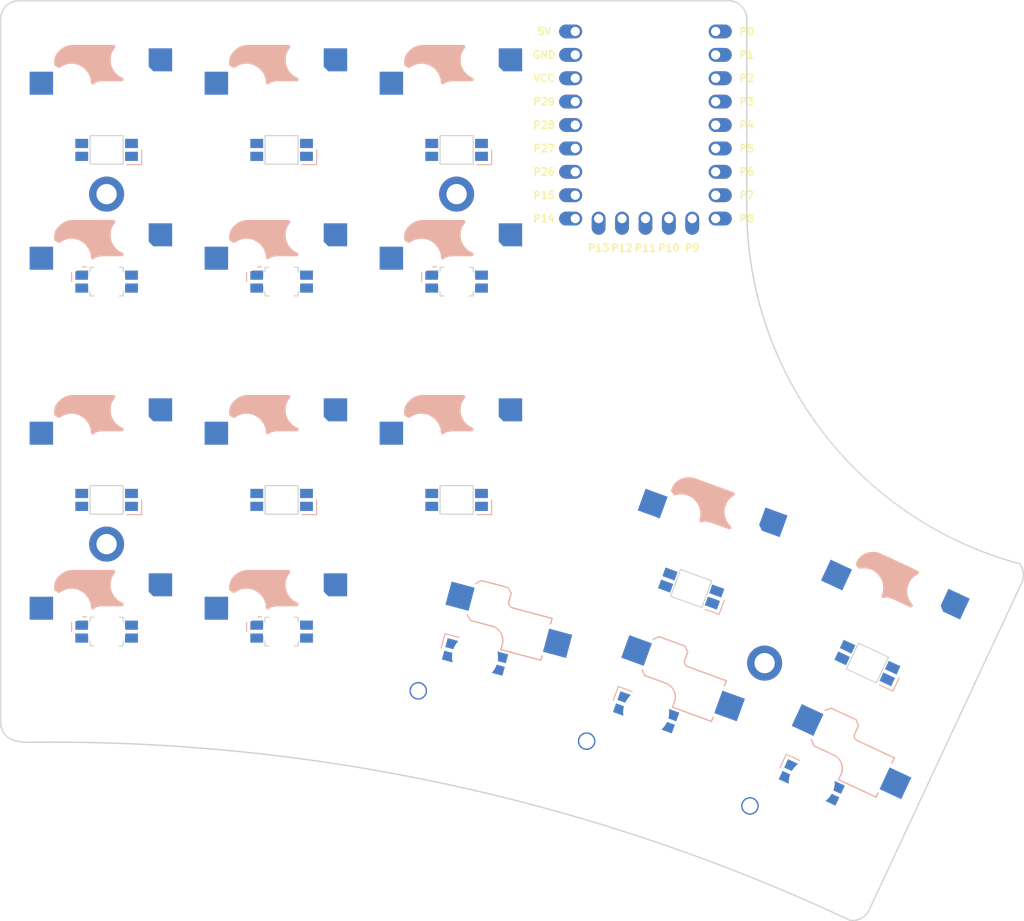
<source format=kicad_pcb>
(kicad_pcb (version 20240108) (generator "ergogen") (generator_version "4.1.0")
  (title_block (title "keydoku") (date "2024-10-29") (rev "v1.0.0") (company "Unknown"))
  (layers (0 "F.Cu" signal) (31 "B.Cu" signal) (34 "B.Paste" user) (35 "F.Paste" user) (36 "B.SilkS" user "B.Silkscreen") (37 "F.SilkS" user "F.Silkscreen") (38 "B.Mask" user) (39 "F.Mask" user) (44 "Edge.Cuts" user))
  (net 0 "")
  (net 1 "GND")
  (net 2 "VCC5V")
  (net 3 "VCC")
  (net 4 "P0")
  (net 5 "P1")
  (net 6 "P2")
  (net 7 "P3")
  (net 8 "P4")
  (net 9 "P5")
  (net 10 "P6")
  (net 11 "P7")
  (net 12 "P8")
  (net 13 "P9")
  (net 14 "P10")
  (net 15 "P11")
  (net 16 "P12")
  (net 17 "P13")
  (net 18 "P14")
  (net 19 "P15")
  (net 20 "P26")
  (net 21 "P27")
  (net 22 "P28")
  (net 23 "LED_1")
  (net 24 "D1")
  (net 25 "D2")
  (net 26 "LED_10")
  (net 27 "LED_9")
  (net 28 "LED_4")
  (net 29 "LED_3")
  (net 30 "LED_8")
  (net 31 "LED_2")
  (net 32 "LED_7")
  (net 33 "LED_17")
  (net 34 "LED_16")
  (net 35 "LED_15")
  (net 36 "LED_11")
  (net 37 "LED_5")
  (net 38 "LED_12")
  (net 39 "LED_6")
  (net 40 "LED_13")
  (net 41 "LED_14")
  (module "Waveshare RP2040 Zero" (layer F.Cu) (at 158.5 95 0)
    (fp_text reference "MCU1" hide)
    (fp_text user P0 (at 11 -10.16) (layer F.SilkS) (effects (font (size 0.8 0.8))))
    (fp_text user P1 (at 11 -7.62) (layer F.SilkS) (effects (font (size 0.8 0.8))))
    (fp_text user P2 (at 11 -5.08) (layer F.SilkS) (effects (font (size 0.8 0.8))))
    (fp_text user P3 (at 11 -2.54) (layer F.SilkS) (effects (font (size 0.8 0.8))))
    (fp_text user P4 (at 11 0) (layer F.SilkS) (effects (font (size 0.8 0.8))))
    (fp_text user P5 (at 11 2.54) (layer F.SilkS) (effects (font (size 0.8 0.8))))
    (fp_text user P6 (at 11 5.08) (layer F.SilkS) (effects (font (size 0.8 0.8))))
    (fp_text user P7 (at 11 7.62) (layer F.SilkS) (effects (font (size 0.8 0.8))))
    (fp_text user P8 (at 11 10.16) (layer F.SilkS) (effects (font (size 0.8 0.8))))
    (fp_text user P9 (at 5.08 13.36) (layer F.SilkS) (effects (font (size 0.8 0.8))))
    (fp_text user P10 (at 2.54 13.36) (layer F.SilkS) (effects (font (size 0.8 0.8))))
    (fp_text user P11 (at 0 13.36) (layer F.SilkS) (effects (font (size 0.8 0.8))))
    (fp_text user P12 (at -2.54 13.36) (layer F.SilkS) (effects (font (size 0.8 0.8))))
    (fp_text user P13 (at -5.08 13.36) (layer F.SilkS) (effects (font (size 0.8 0.8))))
    (fp_text user P14 (at -11 10.16) (layer F.SilkS) (effects (font (size 0.8 0.8))))
    (fp_text user P15 (at -11 7.62) (layer F.SilkS) (effects (font (size 0.8 0.8))))
    (fp_text user P26 (at -11 5.08) (layer F.SilkS) (effects (font (size 0.8 0.8))))
    (fp_text user P27 (at -11 2.54) (layer F.SilkS) (effects (font (size 0.8 0.8))))
    (fp_text user P28 (at -11 0) (layer F.SilkS) (effects (font (size 0.8 0.8))))
    (fp_text user P29 (at -11 -2.54) (layer F.SilkS) (effects (font (size 0.8 0.8))))
    (fp_text user VCC (at -11 -5.08) (layer F.SilkS) (effects (font (size 0.8 0.8))))
    (fp_text user GND (at -11 -7.62) (layer F.SilkS) (effects (font (size 0.8 0.8))))
    (fp_text user 5V (at -11 -10.16) (layer F.SilkS) (effects (font (size 0.8 0.8))))
    (pad 1 thru_hole oval (at 7.62 -10.16 180) (size 2.5 1.5) (drill 1 (offset -0.5 0)) (layers *.Cu *.Mask) (net 4 "P0"))
    (pad 2 thru_hole oval (at 7.62 -7.62 180) (size 2.5 1.5) (drill 1 (offset -0.5 0)) (layers *.Cu *.Mask) (net 5 "P1"))
    (pad 3 thru_hole oval (at 7.62 -5.08 180) (size 2.5 1.5) (drill 1 (offset -0.5 0)) (layers *.Cu *.Mask) (net 6 "P2"))
    (pad 4 thru_hole oval (at 7.62 -2.54 180) (size 2.5 1.5) (drill 1 (offset -0.5 0)) (layers *.Cu *.Mask) (net 7 "P3"))
    (pad 5 thru_hole oval (at 7.62 0 180) (size 2.5 1.5) (drill 1 (offset -0.5 0)) (layers *.Cu *.Mask) (net 8 "P4"))
    (pad 6 thru_hole oval (at 7.62 2.54 180) (size 2.5 1.5) (drill 1 (offset -0.5 0)) (layers *.Cu *.Mask) (net 9 "P5"))
    (pad 7 thru_hole oval (at 7.62 5.08 180) (size 2.5 1.5) (drill 1 (offset -0.5 0)) (layers *.Cu *.Mask) (net 10 "P6"))
    (pad 8 thru_hole oval (at 7.62 7.62 180) (size 2.5 1.5) (drill 1 (offset -0.5 0)) (layers *.Cu *.Mask) (net 11 "P7"))
    (pad 9 thru_hole oval (at 7.62 10.16 180) (size 2.5 1.5) (drill 1 (offset -0.5 0)) (layers *.Cu *.Mask) (net 12 "P8"))
    (pad 10 thru_hole oval (at 5.08 10.16 90) (size 2.5 1.5) (drill 1 (offset -0.5 0)) (layers *.Cu *.Mask) (net 13 "P9"))
    (pad 11 thru_hole oval (at 2.54 10.16 90) (size 2.5 1.5) (drill 1 (offset -0.5 0)) (layers *.Cu *.Mask) (net 14 "P10"))
    (pad 12 thru_hole oval (at 0 10.16 90) (size 2.5 1.5) (drill 1 (offset -0.5 0)) (layers *.Cu *.Mask) (net 15 "P11"))
    (pad 13 thru_hole oval (at -2.54 10.16 90) (size 2.5 1.5) (drill 1 (offset -0.5 0)) (layers *.Cu *.Mask) (net 16 "P12"))
    (pad 14 thru_hole oval (at -5.08 10.16 90) (size 2.5 1.5) (drill 1 (offset -0.5 0)) (layers *.Cu *.Mask) (net 17 "P13"))
    (pad 15 thru_hole oval (at -7.62 10.16 360) (size 2.5 1.5) (drill 1 (offset -0.5 0)) (layers *.Cu *.Mask) (net 18 "P14"))
    (pad 16 thru_hole oval (at -7.62 7.62 360) (size 2.5 1.5) (drill 1 (offset -0.5 0)) (layers *.Cu *.Mask) (net 19 "P15"))
    (pad 17 thru_hole oval (at -7.62 5.08 360) (size 2.5 1.5) (drill 1 (offset -0.5 0)) (layers *.Cu *.Mask) (net 20 "P26"))
    (pad 18 thru_hole oval (at -7.62 2.54 360) (size 2.5 1.5) (drill 1 (offset -0.5 0)) (layers *.Cu *.Mask) (net 21 "P27"))
    (pad 19 thru_hole oval (at -7.62 0 360) (size 2.5 1.5) (drill 1 (offset -0.5 0)) (layers *.Cu *.Mask) (net 22 "P28"))
    (pad 20 thru_hole oval (at -7.62 -2.54 360) (size 2.5 1.5) (drill 1 (offset -0.5 0)) (layers *.Cu *.Mask) (net 23 "LED_1"))
    (pad 21 thru_hole oval (at -7.62 -5.08 360) (size 2.5 1.5) (drill 1 (offset -0.5 0)) (layers *.Cu *.Mask) (net 3 "VCC"))
    (pad 22 thru_hole oval (at -7.62 -7.62 360) (size 2.5 1.5) (drill 1 (offset -0.5 0)) (layers *.Cu *.Mask) (net 1 "GND"))
    (pad 23 thru_hole oval (at -7.62 -10.16 360) (size 2.5 1.5) (drill 1 (offset -0.5 0)) (layers *.Cu *.Mask) (net 2 "VCC5V"))
  )
  (footprint "ceoloide:switch_mx" (layer "B.Cu") (at 100 150 0)
    (property "Reference" "S1" hide)
    (pad "" np_thru_hole circle (at 0 0 90) (size 4.1 4.1) (drill 4.1) (layers "*.Cu" "*.Mask"))
    (pad "" np_thru_hole circle (at 5.08 0 180) (size 1.9 1.9) (drill 1.9) (layers "*.Cu" "*.Mask"))
    (pad "" np_thru_hole circle (at -5.08 0 180) (size 1.9 1.9) (drill 1.9) (layers "*.Cu" "*.Mask"))
    (pad "" np_thru_hole circle (at 2.54 -5.08 180) (size 3 3) (drill 3) (layers "F&B.Cu" "*.Mask"))
    (pad "" np_thru_hole circle (at -3.81 -2.54 180) (size 3 3) (drill 3) (layers "F&B.Cu" "*.Mask"))
    (pad "1" smd rect (at -7.085 -2.54 0) (size 2.55 2.5) (layers "B.Cu" "B.Paste" "B.Mask") (net 1 "GND"))
    (pad "2" smd roundrect (at 5.842 -5.08 0) (size 2.55 2.5) (layers "B.Cu" "B.Paste" "B.Mask") (roundrect_rratio 0) (chamfer_ratio 0.2) (chamfer bottom_left) (net 13 "P9"))
  )
  (footprint "ceoloide:switch_mx" (layer "B.Cu") (at 100 131 0)
    (property "Reference" "S2" hide)
    (pad "" np_thru_hole circle (at 0 0 90) (size 4.1 4.1) (drill 4.1) (layers "*.Cu" "*.Mask"))
    (pad "" np_thru_hole circle (at 5.08 0 180) (size 1.9 1.9) (drill 1.9) (layers "*.Cu" "*.Mask"))
    (pad "" np_thru_hole circle (at -5.08 0 180) (size 1.9 1.9) (drill 1.9) (layers "*.Cu" "*.Mask"))
    (pad "" np_thru_hole circle (at 2.54 -5.08 180) (size 3 3) (drill 3) (layers "F&B.Cu" "*.Mask"))
    (pad "" np_thru_hole circle (at -3.81 -2.54 180) (size 3 3) (drill 3) (layers "F&B.Cu" "*.Mask"))
    (pad "1" smd rect (at -7.085 -2.54 0) (size 2.55 2.5) (layers "B.Cu" "B.Paste" "B.Mask") (net 1 "GND"))
    (pad "2" smd roundrect (at 5.842 -5.08 0) (size 2.55 2.5) (layers "B.Cu" "B.Paste" "B.Mask") (roundrect_rratio 0) (chamfer_ratio 0.2) (chamfer bottom_left) (net 16 "P12"))
  )
  (footprint "ceoloide:switch_mx" (layer "B.Cu") (at 100 112 0)
    (property "Reference" "S3" hide)
    (pad "" np_thru_hole circle (at 0 0 90) (size 4.1 4.1) (drill 4.1) (layers "*.Cu" "*.Mask"))
    (pad "" np_thru_hole circle (at 5.08 0 180) (size 1.9 1.9) (drill 1.9) (layers "*.Cu" "*.Mask"))
    (pad "" np_thru_hole circle (at -5.08 0 180) (size 1.9 1.9) (drill 1.9) (layers "*.Cu" "*.Mask"))
    (pad "" np_thru_hole circle (at 2.54 -5.08 180) (size 3 3) (drill 3) (layers "F&B.Cu" "*.Mask"))
    (pad "" np_thru_hole circle (at -3.81 -2.54 180) (size 3 3) (drill 3) (layers "F&B.Cu" "*.Mask"))
    (pad "1" smd rect (at -7.085 -2.54 0) (size 2.55 2.5) (layers "B.Cu" "B.Paste" "B.Mask") (net 1 "GND"))
    (pad "2" smd roundrect (at 5.842 -5.08 0) (size 2.55 2.5) (layers "B.Cu" "B.Paste" "B.Mask") (roundrect_rratio 0) (chamfer_ratio 0.2) (chamfer bottom_left) (net 19 "P15"))
  )
  (footprint "ceoloide:switch_mx" (layer "B.Cu") (at 100 93 0)
    (property "Reference" "S4" hide)
    (pad "" np_thru_hole circle (at 0 0 90) (size 4.1 4.1) (drill 4.1) (layers "*.Cu" "*.Mask"))
    (pad "" np_thru_hole circle (at 5.08 0 180) (size 1.9 1.9) (drill 1.9) (layers "*.Cu" "*.Mask"))
    (pad "" np_thru_hole circle (at -5.08 0 180) (size 1.9 1.9) (drill 1.9) (layers "*.Cu" "*.Mask"))
    (pad "" np_thru_hole circle (at 2.54 -5.08 180) (size 3 3) (drill 3) (layers "F&B.Cu" "*.Mask"))
    (pad "" np_thru_hole circle (at -3.81 -2.54 180) (size 3 3) (drill 3) (layers "F&B.Cu" "*.Mask"))
    (pad "1" smd rect (at -7.085 -2.54 0) (size 2.55 2.5) (layers "B.Cu" "B.Paste" "B.Mask") (net 1 "GND"))
    (pad "2" smd roundrect (at 5.842 -5.08 0) (size 2.55 2.5) (layers "B.Cu" "B.Paste" "B.Mask") (roundrect_rratio 0) (chamfer_ratio 0.2) (chamfer bottom_left) (net 22 "P28"))
  )
  (footprint "ceoloide:switch_mx" (layer "B.Cu") (at 119 150 0)
    (property "Reference" "S5" hide)
    (pad "" np_thru_hole circle (at 0 0 90) (size 4.1 4.1) (drill 4.1) (layers "*.Cu" "*.Mask"))
    (pad "" np_thru_hole circle (at 5.08 0 180) (size 1.9 1.9) (drill 1.9) (layers "*.Cu" "*.Mask"))
    (pad "" np_thru_hole circle (at -5.08 0 180) (size 1.9 1.9) (drill 1.9) (layers "*.Cu" "*.Mask"))
    (pad "" np_thru_hole circle (at 2.54 -5.08 180) (size 3 3) (drill 3) (layers "F&B.Cu" "*.Mask"))
    (pad "" np_thru_hole circle (at -3.81 -2.54 180) (size 3 3) (drill 3) (layers "F&B.Cu" "*.Mask"))
    (pad "1" smd rect (at -7.085 -2.54 0) (size 2.55 2.5) (layers "B.Cu" "B.Paste" "B.Mask") (net 1 "GND"))
    (pad "2" smd roundrect (at 5.842 -5.08 0) (size 2.55 2.5) (layers "B.Cu" "B.Paste" "B.Mask") (roundrect_rratio 0) (chamfer_ratio 0.2) (chamfer bottom_left) (net 12 "P8"))
  )
  (footprint "ceoloide:switch_mx" (layer "B.Cu") (at 119 131 0)
    (property "Reference" "S6" hide)
    (pad "" np_thru_hole circle (at 0 0 90) (size 4.1 4.1) (drill 4.1) (layers "*.Cu" "*.Mask"))
    (pad "" np_thru_hole circle (at 5.08 0 180) (size 1.9 1.9) (drill 1.9) (layers "*.Cu" "*.Mask"))
    (pad "" np_thru_hole circle (at -5.08 0 180) (size 1.9 1.9) (drill 1.9) (layers "*.Cu" "*.Mask"))
    (pad "" np_thru_hole circle (at 2.54 -5.08 180) (size 3 3) (drill 3) (layers "F&B.Cu" "*.Mask"))
    (pad "" np_thru_hole circle (at -3.81 -2.54 180) (size 3 3) (drill 3) (layers "F&B.Cu" "*.Mask"))
    (pad "1" smd rect (at -7.085 -2.54 0) (size 2.55 2.5) (layers "B.Cu" "B.Paste" "B.Mask") (net 1 "GND"))
    (pad "2" smd roundrect (at 5.842 -5.08 0) (size 2.55 2.5) (layers "B.Cu" "B.Paste" "B.Mask") (roundrect_rratio 0) (chamfer_ratio 0.2) (chamfer bottom_left) (net 15 "P11"))
  )
  (footprint "ceoloide:switch_mx" (layer "B.Cu") (at 119 112 0)
    (property "Reference" "S7" hide)
    (pad "" np_thru_hole circle (at 0 0 90) (size 4.1 4.1) (drill 4.1) (layers "*.Cu" "*.Mask"))
    (pad "" np_thru_hole circle (at 5.08 0 180) (size 1.9 1.9) (drill 1.9) (layers "*.Cu" "*.Mask"))
    (pad "" np_thru_hole circle (at -5.08 0 180) (size 1.9 1.9) (drill 1.9) (layers "*.Cu" "*.Mask"))
    (pad "" np_thru_hole circle (at 2.54 -5.08 180) (size 3 3) (drill 3) (layers "F&B.Cu" "*.Mask"))
    (pad "" np_thru_hole circle (at -3.81 -2.54 180) (size 3 3) (drill 3) (layers "F&B.Cu" "*.Mask"))
    (pad "1" smd rect (at -7.085 -2.54 0) (size 2.55 2.5) (layers "B.Cu" "B.Paste" "B.Mask") (net 1 "GND"))
    (pad "2" smd roundrect (at 5.842 -5.08 0) (size 2.55 2.5) (layers "B.Cu" "B.Paste" "B.Mask") (roundrect_rratio 0) (chamfer_ratio 0.2) (chamfer bottom_left) (net 18 "P14"))
  )
  (footprint "ceoloide:switch_mx" (layer "B.Cu") (at 119 93 0)
    (property "Reference" "S8" hide)
    (pad "" np_thru_hole circle (at 0 0 90) (size 4.1 4.1) (drill 4.1) (layers "*.Cu" "*.Mask"))
    (pad "" np_thru_hole circle (at 5.08 0 180) (size 1.9 1.9) (drill 1.9) (layers "*.Cu" "*.Mask"))
    (pad "" np_thru_hole circle (at -5.08 0 180) (size 1.9 1.9) (drill 1.9) (layers "*.Cu" "*.Mask"))
    (pad "" np_thru_hole circle (at 2.54 -5.08 180) (size 3 3) (drill 3) (layers "F&B.Cu" "*.Mask"))
    (pad "" np_thru_hole circle (at -3.81 -2.54 180) (size 3 3) (drill 3) (layers "F&B.Cu" "*.Mask"))
    (pad "1" smd rect (at -7.085 -2.54 0) (size 2.55 2.5) (layers "B.Cu" "B.Paste" "B.Mask") (net 1 "GND"))
    (pad "2" smd roundrect (at 5.842 -5.08 0) (size 2.55 2.5) (layers "B.Cu" "B.Paste" "B.Mask") (roundrect_rratio 0) (chamfer_ratio 0.2) (chamfer bottom_left) (net 21 "P27"))
  )
  (footprint "ceoloide:switch_mx" (layer "B.Cu") (at 138 131 0)
    (property "Reference" "S9" hide)
    (pad "" np_thru_hole circle (at 0 0 90) (size 4.1 4.1) (drill 4.1) (layers "*.Cu" "*.Mask"))
    (pad "" np_thru_hole circle (at 5.08 0 180) (size 1.9 1.9) (drill 1.9) (layers "*.Cu" "*.Mask"))
    (pad "" np_thru_hole circle (at -5.08 0 180) (size 1.9 1.9) (drill 1.9) (layers "*.Cu" "*.Mask"))
    (pad "" np_thru_hole circle (at 2.54 -5.08 180) (size 3 3) (drill 3) (layers "F&B.Cu" "*.Mask"))
    (pad "" np_thru_hole circle (at -3.81 -2.54 180) (size 3 3) (drill 3) (layers "F&B.Cu" "*.Mask"))
    (pad "1" smd rect (at -7.085 -2.54 0) (size 2.55 2.5) (layers "B.Cu" "B.Paste" "B.Mask") (net 1 "GND"))
    (pad "2" smd roundrect (at 5.842 -5.08 0) (size 2.55 2.5) (layers "B.Cu" "B.Paste" "B.Mask") (roundrect_rratio 0) (chamfer_ratio 0.2) (chamfer bottom_left) (net 14 "P10"))
  )
  (footprint "ceoloide:switch_mx" (layer "B.Cu") (at 138 112 0)
    (property "Reference" "S10" hide)
    (pad "" np_thru_hole circle (at 0 0 90) (size 4.1 4.1) (drill 4.1) (layers "*.Cu" "*.Mask"))
    (pad "" np_thru_hole circle (at 5.08 0 180) (size 1.9 1.9) (drill 1.9) (layers "*.Cu" "*.Mask"))
    (pad "" np_thru_hole circle (at -5.08 0 180) (size 1.9 1.9) (drill 1.9) (layers "*.Cu" "*.Mask"))
    (pad "" np_thru_hole circle (at 2.54 -5.08 180) (size 3 3) (drill 3) (layers "F&B.Cu" "*.Mask"))
    (pad "" np_thru_hole circle (at -3.81 -2.54 180) (size 3 3) (drill 3) (layers "F&B.Cu" "*.Mask"))
    (pad "1" smd rect (at -7.085 -2.54 0) (size 2.55 2.5) (layers "B.Cu" "B.Paste" "B.Mask") (net 1 "GND"))
    (pad "2" smd roundrect (at 5.842 -5.08 0) (size 2.55 2.5) (layers "B.Cu" "B.Paste" "B.Mask") (roundrect_rratio 0) (chamfer_ratio 0.2) (chamfer bottom_left) (net 17 "P13"))
  )
  (footprint "ceoloide:switch_mx" (layer "B.Cu") (at 138 93 0)
    (property "Reference" "S11" hide)
    (pad "" np_thru_hole circle (at 0 0 90) (size 4.1 4.1) (drill 4.1) (layers "*.Cu" "*.Mask"))
    (pad "" np_thru_hole circle (at 5.08 0 180) (size 1.9 1.9) (drill 1.9) (layers "*.Cu" "*.Mask"))
    (pad "" np_thru_hole circle (at -5.08 0 180) (size 1.9 1.9) (drill 1.9) (layers "*.Cu" "*.Mask"))
    (pad "" np_thru_hole circle (at 2.54 -5.08 180) (size 3 3) (drill 3) (layers "F&B.Cu" "*.Mask"))
    (pad "" np_thru_hole circle (at -3.81 -2.54 180) (size 3 3) (drill 3) (layers "F&B.Cu" "*.Mask"))
    (pad "1" smd rect (at -7.085 -2.54 0) (size 2.55 2.5) (layers "B.Cu" "B.Paste" "B.Mask") (net 1 "GND"))
    (pad "2" smd roundrect (at 5.842 -5.08 0) (size 2.55 2.5) (layers "B.Cu" "B.Paste" "B.Mask") (roundrect_rratio 0) (chamfer_ratio 0.2) (chamfer bottom_left) (net 20 "P26"))
  )
  (footprint "ceoloide:switch_mx" (layer "B.Cu") (at 165.07511730000002 140.9087374 -20)
    (property "Reference" "S12" hide)
    (pad "" np_thru_hole circle (at 0 0 90) (size 4.1 4.1) (drill 4.1) (layers "*.Cu" "*.Mask"))
    (pad "" np_thru_hole circle (at 5.08 0 180) (size 1.9 1.9) (drill 1.9) (layers "*.Cu" "*.Mask"))
    (pad "" np_thru_hole circle (at -5.08 0 180) (size 1.9 1.9) (drill 1.9) (layers "*.Cu" "*.Mask"))
    (pad "" np_thru_hole circle (at 2.54 -5.08 180) (size 3 3) (drill 3) (layers "F&B.Cu" "*.Mask"))
    (pad "" np_thru_hole circle (at -3.81 -2.54 180) (size 3 3) (drill 3) (layers "F&B.Cu" "*.Mask"))
    (pad "1" smd rect (at -7.085 -2.54 -20) (size 2.55 2.5) (layers "B.Cu" "B.Paste" "B.Mask") (net 1 "GND"))
    (pad "2" smd roundrect (at 5.842 -5.08 -20) (size 2.55 2.5) (layers "B.Cu" "B.Paste" "B.Mask") (roundrect_rratio 0) (chamfer_ratio 0.2) (chamfer bottom_left) (net 10 "P6"))
  )
  (footprint "ceoloide:switch_mx" (layer "B.Cu") (at 184.58846750000004 149.1521346 -25)
    (property "Reference" "S13" hide)
    (pad "" np_thru_hole circle (at 0 0 90) (size 4.1 4.1) (drill 4.1) (layers "*.Cu" "*.Mask"))
    (pad "" np_thru_hole circle (at 5.08 0 180) (size 1.9 1.9) (drill 1.9) (layers "*.Cu" "*.Mask"))
    (pad "" np_thru_hole circle (at -5.08 0 180) (size 1.9 1.9) (drill 1.9) (layers "*.Cu" "*.Mask"))
    (pad "" np_thru_hole circle (at 2.54 -5.08 180) (size 3 3) (drill 3) (layers "F&B.Cu" "*.Mask"))
    (pad "" np_thru_hole circle (at -3.81 -2.54 180) (size 3 3) (drill 3) (layers "F&B.Cu" "*.Mask"))
    (pad "1" smd rect (at -7.085 -2.54 -25) (size 2.55 2.5) (layers "B.Cu" "B.Paste" "B.Mask") (net 1 "GND"))
    (pad "2" smd roundrect (at 5.842 -5.08 -25) (size 2.55 2.5) (layers "B.Cu" "B.Paste" "B.Mask") (roundrect_rratio 0) (chamfer_ratio 0.2) (chamfer bottom_left) (net 11 "P7"))
  )
  (footprint "ceoloide:switch_choc_v1_v2" (layer "B.Cu") (at 140 152.75 -15)
    (property "Reference" "S14" hide)
    (pad "" np_thru_hole circle (at 0 0 -15) (size 5 5) (drill 5) (layers "*.Cu" "*.Mask"))
    (pad "" np_thru_hole circle (at 5.5 0 -15) (size 1.9 1.9) (drill 1.9) (layers "*.Cu" "*.Mask"))
    (pad "" np_thru_hole circle (at -5.5 0 -15) (size 1.9 1.9) (drill 1.9) (layers "*.Cu" "*.Mask"))
    (pad "" thru_hole circle (at -5.00 5.15 -15) (size 1.9 1.9) (drill 1.6) (layers "*.Cu" "*.Mask"))
    (pad "" np_thru_hole circle (at 0 -5.95 -15) (size 3 3) (drill 3) (layers "*.Cu" "*.Mask"))
    (pad "1" smd rect (at -3.275 -5.95 -15) (size 2.6 2.6) (layers "B.Cu" "B.Paste" "B.Mask") (net 1 "GND"))
    (pad "2" smd rect (at 8.275 -3.75 -15) (size 2.6 2.6) (layers "B.Cu" "B.Paste" "B.Mask") (net 7 "P3"))
    (pad "" np_thru_hole circle (at 5 -3.75 180) (size 3 3) (drill 3) (layers "*.Cu" "*.Mask"))
  )
  (footprint "ceoloide:switch_choc_v1_v2" (layer "B.Cu") (at 158.5767346 158.7628972 -20)
    (property "Reference" "S15" hide)
    (pad "" np_thru_hole circle (at 0 0 -20) (size 5 5) (drill 5) (layers "*.Cu" "*.Mask"))
    (pad "" np_thru_hole circle (at 5.5 0 -20) (size 1.9 1.9) (drill 1.9) (layers "*.Cu" "*.Mask"))
    (pad "" np_thru_hole circle (at -5.5 0 -20) (size 1.9 1.9) (drill 1.9) (layers "*.Cu" "*.Mask"))
    (pad "" thru_hole circle (at -5.00 5.15 -20) (size 1.9 1.9) (drill 1.6) (layers "*.Cu" "*.Mask"))
    (pad "" np_thru_hole circle (at 0 -5.95 -20) (size 3 3) (drill 3) (layers "*.Cu" "*.Mask"))
    (pad "1" smd rect (at -3.275 -5.95 -20) (size 2.6 2.6) (layers "B.Cu" "B.Paste" "B.Mask") (net 1 "GND"))
    (pad "2" smd rect (at 8.275 -3.75 -20) (size 2.6 2.6) (layers "B.Cu" "B.Paste" "B.Mask") (net 8 "P4"))
    (pad "" np_thru_hole circle (at 5 -3.75 175) (size 3 3) (drill 3) (layers "*.Cu" "*.Mask"))
  )
  (footprint "ceoloide:switch_choc_v1_v2" (layer "B.Cu") (at 176.55872050000002 166.3719826 -25)
    (property "Reference" "S16" hide)
    (pad "" np_thru_hole circle (at 0 0 -25) (size 5 5) (drill 5) (layers "*.Cu" "*.Mask"))
    (pad "" np_thru_hole circle (at 5.5 0 -25) (size 1.9 1.9) (drill 1.9) (layers "*.Cu" "*.Mask"))
    (pad "" np_thru_hole circle (at -5.5 0 -25) (size 1.9 1.9) (drill 1.9) (layers "*.Cu" "*.Mask"))
    (pad "" thru_hole circle (at -5.00 5.15 -25) (size 1.9 1.9) (drill 1.6) (layers "*.Cu" "*.Mask"))
    (pad "" np_thru_hole circle (at 0 -5.95 -25) (size 3 3) (drill 3) (layers "*.Cu" "*.Mask"))
    (pad "1" smd rect (at -3.275 -5.95 -25) (size 2.6 2.6) (layers "B.Cu" "B.Paste" "B.Mask") (net 1 "GND"))
    (pad "2" smd rect (at 8.275 -3.75 -25) (size 2.6 2.6) (layers "B.Cu" "B.Paste" "B.Mask") (net 9 "P5"))
    (pad "" np_thru_hole circle (at 5 -3.75 170) (size 3 3) (drill 3) (layers "*.Cu" "*.Mask"))
  )
  (footprint "ceoloide:led_SK6812mini-e (per-keysingle-side)" (layer "B.Cu") (at 100 135.7 180)
    (property "Reference" "LED1" hide)
    (pad "2" smd rect (at 2.70 -0.7 180) (size 1.4 1) (layers "B.Cu" "B.Paste" "B.Mask") (net 26 "LED_10"))
    (pad "1" smd rect (at 2.70 0.7 180) (size 1.4 1) (layers "B.Cu" "B.Paste" "B.Mask") (net 2 "VCC5V"))
    (pad "3" smd rect (at -2.70 -0.7 180) (size 1.4 1) (layers "B.Cu" "B.Paste" "B.Mask") (net 1 "GND"))
    (pad "4" smd rect (at -2.70 0.7 180) (size 1.4 1) (layers "B.Cu" "B.Paste" "B.Mask") (net 27 "LED_9"))
    (fp_rect (start -1.8 -1.55) (end 1.8 1.55) (layer "Edge.Cuts") (stroke (width 0.12)) (fill none))
  )
  (footprint "ceoloide:led_SK6812mini-e (per-keysingle-side)" (layer "B.Cu") (at 100 97.7 180)
    (property "Reference" "LED2" hide)
    (pad "2" smd rect (at 2.70 -0.7 180) (size 1.4 1) (layers "B.Cu" "B.Paste" "B.Mask") (net 28 "LED_4"))
    (pad "1" smd rect (at 2.70 0.7 180) (size 1.4 1) (layers "B.Cu" "B.Paste" "B.Mask") (net 2 "VCC5V"))
    (pad "3" smd rect (at -2.70 -0.7 180) (size 1.4 1) (layers "B.Cu" "B.Paste" "B.Mask") (net 1 "GND"))
    (pad "4" smd rect (at -2.70 0.7 180) (size 1.4 1) (layers "B.Cu" "B.Paste" "B.Mask") (net 29 "LED_3"))
    (fp_rect (start -1.8 -1.55) (end 1.8 1.55) (layer "Edge.Cuts") (stroke (width 0.12)) (fill none))
  )
  (footprint "ceoloide:led_SK6812mini-e (per-keysingle-side)" (layer "B.Cu") (at 119 135.7 180)
    (property "Reference" "LED3" hide)
    (pad "2" smd rect (at 2.70 -0.7 180) (size 1.4 1) (layers "B.Cu" "B.Paste" "B.Mask") (net 27 "LED_9"))
    (pad "1" smd rect (at 2.70 0.7 180) (size 1.4 1) (layers "B.Cu" "B.Paste" "B.Mask") (net 2 "VCC5V"))
    (pad "3" smd rect (at -2.70 -0.7 180) (size 1.4 1) (layers "B.Cu" "B.Paste" "B.Mask") (net 1 "GND"))
    (pad "4" smd rect (at -2.70 0.7 180) (size 1.4 1) (layers "B.Cu" "B.Paste" "B.Mask") (net 30 "LED_8"))
    (fp_rect (start -1.8 -1.55) (end 1.8 1.55) (layer "Edge.Cuts") (stroke (width 0.12)) (fill none))
  )
  (footprint "ceoloide:led_SK6812mini-e (per-keysingle-side)" (layer "B.Cu") (at 119 97.7 180)
    (property "Reference" "LED4" hide)
    (pad "2" smd rect (at 2.70 -0.7 180) (size 1.4 1) (layers "B.Cu" "B.Paste" "B.Mask") (net 29 "LED_3"))
    (pad "1" smd rect (at 2.70 0.7 180) (size 1.4 1) (layers "B.Cu" "B.Paste" "B.Mask") (net 2 "VCC5V"))
    (pad "3" smd rect (at -2.70 -0.7 180) (size 1.4 1) (layers "B.Cu" "B.Paste" "B.Mask") (net 1 "GND"))
    (pad "4" smd rect (at -2.70 0.7 180) (size 1.4 1) (layers "B.Cu" "B.Paste" "B.Mask") (net 31 "LED_2"))
    (fp_rect (start -1.8 -1.55) (end 1.8 1.55) (layer "Edge.Cuts") (stroke (width 0.12)) (fill none))
  )
  (footprint "ceoloide:led_SK6812mini-e (per-keysingle-side)" (layer "B.Cu") (at 138 135.7 180)
    (property "Reference" "LED5" hide)
    (pad "2" smd rect (at 2.70 -0.7 180) (size 1.4 1) (layers "B.Cu" "B.Paste" "B.Mask") (net 30 "LED_8"))
    (pad "1" smd rect (at 2.70 0.7 180) (size 1.4 1) (layers "B.Cu" "B.Paste" "B.Mask") (net 2 "VCC5V"))
    (pad "3" smd rect (at -2.70 -0.7 180) (size 1.4 1) (layers "B.Cu" "B.Paste" "B.Mask") (net 1 "GND"))
    (pad "4" smd rect (at -2.70 0.7 180) (size 1.4 1) (layers "B.Cu" "B.Paste" "B.Mask") (net 32 "LED_7"))
    (fp_rect (start -1.8 -1.55) (end 1.8 1.55) (layer "Edge.Cuts") (stroke (width 0.12)) (fill none))
  )
  (footprint "ceoloide:led_SK6812mini-e (per-keysingle-side)" (layer "B.Cu") (at 138 97.7 180)
    (property "Reference" "LED6" hide)
    (pad "2" smd rect (at 2.70 -0.7 180) (size 1.4 1) (layers "B.Cu" "B.Paste" "B.Mask") (net 31 "LED_2"))
    (pad "1" smd rect (at 2.70 0.7 180) (size 1.4 1) (layers "B.Cu" "B.Paste" "B.Mask") (net 2 "VCC5V"))
    (pad "3" smd rect (at -2.70 -0.7 180) (size 1.4 1) (layers "B.Cu" "B.Paste" "B.Mask") (net 1 "GND"))
    (pad "4" smd rect (at -2.70 0.7 180) (size 1.4 1) (layers "B.Cu" "B.Paste" "B.Mask") (net 23 "LED_1"))
    (fp_rect (start -1.8 -1.55) (end 1.8 1.55) (layer "Edge.Cuts") (stroke (width 0.12)) (fill none))
  )
  (footprint "ceoloide:led_SK6812mini-e (per-keysingle-side)" (layer "B.Cu") (at 163.46762260000003 145.3252927 160)
    (property "Reference" "LED7" hide)
    (pad "2" smd rect (at 2.70 -0.7 160) (size 1.4 1) (layers "B.Cu" "B.Paste" "B.Mask") (net 33 "LED_17"))
    (pad "1" smd rect (at 2.70 0.7 160) (size 1.4 1) (layers "B.Cu" "B.Paste" "B.Mask") (net 2 "VCC5V"))
    (pad "3" smd rect (at -2.70 -0.7 160) (size 1.4 1) (layers "B.Cu" "B.Paste" "B.Mask") (net 1 "GND"))
    (pad "4" smd rect (at -2.70 0.7 160) (size 1.4 1) (layers "B.Cu" "B.Paste" "B.Mask") (net 34 "LED_16"))
    (fp_rect (start -1.8 -1.55) (end 1.8 1.55) (layer "Edge.Cuts") (stroke (width 0.12)) (fill none))
  )
  (footprint "ceoloide:led_SK6812mini-e (per-keysingle-side)" (layer "B.Cu") (at 182.60216170000004 153.4117812 155)
    (property "Reference" "LED8" hide)
    (pad "2" smd rect (at 2.70 -0.7 155) (size 1.4 1) (layers "B.Cu" "B.Paste" "B.Mask") (net 34 "LED_16"))
    (pad "1" smd rect (at 2.70 0.7 155) (size 1.4 1) (layers "B.Cu" "B.Paste" "B.Mask") (net 2 "VCC5V"))
    (pad "3" smd rect (at -2.70 -0.7 155) (size 1.4 1) (layers "B.Cu" "B.Paste" "B.Mask") (net 1 "GND"))
    (pad "4" smd rect (at -2.70 0.7 155) (size 1.4 1) (layers "B.Cu" "B.Paste" "B.Mask") (net 35 "LED_15"))
    (fp_rect (start -1.8 -1.55) (end 1.8 1.55) (layer "Edge.Cuts") (stroke (width 0.12)) (fill none))
  )
  (footprint "ceoloide:led_SK6812mini-e (per-keysingle-side)" (layer "B.Cu") (at 100 150 0)
    (property "Reference" "LED9" hide)
    (pad "2" smd rect (at 2.70 -0.7 0) (size 1.4 1) (layers "B.Cu" "B.Paste" "B.Mask") (net 36 "LED_11"))
    (pad "1" smd rect (at 2.70 0.7 0) (size 1.4 1) (layers "B.Cu" "B.Paste" "B.Mask") (net 2 "VCC5V"))
    (pad "3" smd rect (at -2.70 -0.7 0) (size 1.4 1) (layers "B.Cu" "B.Paste" "B.Mask") (net 1 "GND"))
    (pad "4" smd rect (at -2.70 0.7 0) (size 1.4 1) (layers "B.Cu" "B.Paste" "B.Mask") (net 26 "LED_10"))
    (fp_rect (start -1.8 -1.55) (end 1.8 1.55) (layer "Edge.Cuts") (stroke (width 0.12)) (fill none))
  )
  (footprint "ceoloide:led_SK6812mini-e (per-keysingle-side)" (layer "B.Cu") (at 100 112 0)
    (property "Reference" "LED10" hide)
    (pad "2" smd rect (at 2.70 -0.7 0) (size 1.4 1) (layers "B.Cu" "B.Paste" "B.Mask") (net 37 "LED_5"))
    (pad "1" smd rect (at 2.70 0.7 0) (size 1.4 1) (layers "B.Cu" "B.Paste" "B.Mask") (net 2 "VCC5V"))
    (pad "3" smd rect (at -2.70 -0.7 0) (size 1.4 1) (layers "B.Cu" "B.Paste" "B.Mask") (net 1 "GND"))
    (pad "4" smd rect (at -2.70 0.7 0) (size 1.4 1) (layers "B.Cu" "B.Paste" "B.Mask") (net 28 "LED_4"))
    (fp_rect (start -1.8 -1.55) (end 1.8 1.55) (layer "Edge.Cuts") (stroke (width 0.12)) (fill none))
  )
  (footprint "ceoloide:led_SK6812mini-e (per-keysingle-side)" (layer "B.Cu") (at 119 150 0)
    (property "Reference" "LED11" hide)
    (pad "2" smd rect (at 2.70 -0.7 0) (size 1.4 1) (layers "B.Cu" "B.Paste" "B.Mask") (net 38 "LED_12"))
    (pad "1" smd rect (at 2.70 0.7 0) (size 1.4 1) (layers "B.Cu" "B.Paste" "B.Mask") (net 2 "VCC5V"))
    (pad "3" smd rect (at -2.70 -0.7 0) (size 1.4 1) (layers "B.Cu" "B.Paste" "B.Mask") (net 1 "GND"))
    (pad "4" smd rect (at -2.70 0.7 0) (size 1.4 1) (layers "B.Cu" "B.Paste" "B.Mask") (net 36 "LED_11"))
    (fp_rect (start -1.8 -1.55) (end 1.8 1.55) (layer "Edge.Cuts") (stroke (width 0.12)) (fill none))
  )
  (footprint "ceoloide:led_SK6812mini-e (per-keysingle-side)" (layer "B.Cu") (at 119 112 0)
    (property "Reference" "LED12" hide)
    (pad "2" smd rect (at 2.70 -0.7 0) (size 1.4 1) (layers "B.Cu" "B.Paste" "B.Mask") (net 39 "LED_6"))
    (pad "1" smd rect (at 2.70 0.7 0) (size 1.4 1) (layers "B.Cu" "B.Paste" "B.Mask") (net 2 "VCC5V"))
    (pad "3" smd rect (at -2.70 -0.7 0) (size 1.4 1) (layers "B.Cu" "B.Paste" "B.Mask") (net 1 "GND"))
    (pad "4" smd rect (at -2.70 0.7 0) (size 1.4 1) (layers "B.Cu" "B.Paste" "B.Mask") (net 37 "LED_5"))
    (fp_rect (start -1.8 -1.55) (end 1.8 1.55) (layer "Edge.Cuts") (stroke (width 0.12)) (fill none))
  )
  (footprint "ceoloide:led_SK6812mini-e (per-keysingle-side)" (layer "B.Cu") (at 138 112 0)
    (property "Reference" "LED13" hide)
    (pad "2" smd rect (at 2.70 -0.7 0) (size 1.4 1) (layers "B.Cu" "B.Paste" "B.Mask") (net 32 "LED_7"))
    (pad "1" smd rect (at 2.70 0.7 0) (size 1.4 1) (layers "B.Cu" "B.Paste" "B.Mask") (net 2 "VCC5V"))
    (pad "3" smd rect (at -2.70 -0.7 0) (size 1.4 1) (layers "B.Cu" "B.Paste" "B.Mask") (net 1 "GND"))
    (pad "4" smd rect (at -2.70 0.7 0) (size 1.4 1) (layers "B.Cu" "B.Paste" "B.Mask") (net 39 "LED_6"))
    (fp_rect (start -1.8 -1.55) (end 1.8 1.55) (layer "Edge.Cuts") (stroke (width 0.12)) (fill none))
  )
  (footprint "ceoloide:led_SK6812mini-e (per-keysingle-side)" (layer "B.Cu") (at 140 152.75 -15)
    (property "Reference" "LED14" hide)
    (pad "2" smd rect (at 2.70 -0.7 -15) (size 1.4 1) (layers "B.Cu" "B.Paste" "B.Mask") (net 40 "LED_13"))
    (pad "1" smd rect (at 2.70 0.7 -15) (size 1.4 1) (layers "B.Cu" "B.Paste" "B.Mask") (net 2 "VCC5V"))
    (pad "3" smd rect (at -2.70 -0.7 -15) (size 1.4 1) (layers "B.Cu" "B.Paste" "B.Mask") (net 1 "GND"))
    (pad "4" smd rect (at -2.70 0.7 -15) (size 1.4 1) (layers "B.Cu" "B.Paste" "B.Mask") (net 38 "LED_12"))
    (fp_rect (start -1.8 -1.55) (end 1.8 1.55) (layer "Edge.Cuts") (stroke (width 0.12)) (fill none))
  )
  (footprint "ceoloide:led_SK6812mini-e (per-keysingle-side)" (layer "B.Cu") (at 158.5767346 158.7628972 -20)
    (property "Reference" "LED15" hide)
    (pad "2" smd rect (at 2.70 -0.7 -20) (size 1.4 1) (layers "B.Cu" "B.Paste" "B.Mask") (net 41 "LED_14"))
    (pad "1" smd rect (at 2.70 0.7 -20) (size 1.4 1) (layers "B.Cu" "B.Paste" "B.Mask") (net 2 "VCC5V"))
    (pad "3" smd rect (at -2.70 -0.7 -20) (size 1.4 1) (layers "B.Cu" "B.Paste" "B.Mask") (net 1 "GND"))
    (pad "4" smd rect (at -2.70 0.7 -20) (size 1.4 1) (layers "B.Cu" "B.Paste" "B.Mask") (net 40 "LED_13"))
    (fp_rect (start -1.8 -1.55) (end 1.8 1.55) (layer "Edge.Cuts") (stroke (width 0.12)) (fill none))
  )
  (footprint "ceoloide:led_SK6812mini-e (per-keysingle-side)" (layer "B.Cu") (at 176.55872050000002 166.3719826 -25)
    (property "Reference" "LED16" hide)
    (pad "2" smd rect (at 2.70 -0.7 -25) (size 1.4 1) (layers "B.Cu" "B.Paste" "B.Mask") (net 35 "LED_15"))
    (pad "1" smd rect (at 2.70 0.7 -25) (size 1.4 1) (layers "B.Cu" "B.Paste" "B.Mask") (net 2 "VCC5V"))
    (pad "3" smd rect (at -2.70 -0.7 -25) (size 1.4 1) (layers "B.Cu" "B.Paste" "B.Mask") (net 1 "GND"))
    (pad "4" smd rect (at -2.70 0.7 -25) (size 1.4 1) (layers "B.Cu" "B.Paste" "B.Mask") (net 41 "LED_14"))
    (fp_rect (start -1.8 -1.55) (end 1.8 1.55) (layer "Edge.Cuts") (stroke (width 0.12)) (fill none))
  )
  (footprint "ceoloide:mounting_hole_plated" (layer "F.Cu") (at 100 102.5 0)
    (property "Reference" "H1" hide)
    (pad "" thru_hole circle (at 0 0 0) (size 3.8000000000000003 3.8000000000000003) (drill 2.2) (layers "*.Cu" "*.Mask"))
  )
  (footprint "ceoloide:mounting_hole_plated" (layer "F.Cu") (at 138 102.5 0)
    (property "Reference" "H2" hide)
    (pad "" thru_hole circle (at 0 0 0) (size 3.8000000000000003 3.8000000000000003) (drill 2.2) (layers "*.Cu" "*.Mask"))
  )
  (footprint "ceoloide:mounting_hole_plated" (layer "F.Cu") (at 100 140.5 0)
    (property "Reference" "H3" hide)
    (pad "" thru_hole circle (at 0 0 0) (size 3.8000000000000003 3.8000000000000003) (drill 2.2) (layers "*.Cu" "*.Mask"))
  )
  (footprint "ceoloide:mounting_hole_plated" (layer "F.Cu") (at 171.44 153.42000000000002 0)
    (property "Reference" "H4" hide)
    (pad "" thru_hole circle (at 0 0 0) (size 3.8000000000000003 3.8000000000000003) (drill 2.2) (layers "*.Cu" "*.Mask"))
  )
  (gr_line (start 88.5 159.88473723721162) (end 88.5 83.5) (layer Edge.Cuts) (stroke (width 0.15)))
  (gr_line (start 90.5 81.5) (end 167.5 81.5) (layer Edge.Cuts) (stroke (width 0.15)))
  (gr_line (start 169.5 83.5) (end 169.5 103.8143546204031) (layer Edge.Cuts) (stroke (width 0.15)))
  (gr_line (start 199.3547191221892 144.69712413177712) (end 182.79527940058298 180.2089570421482) (layer Edge.Cuts) (stroke (width 0.15)))
  (gr_line (start 90.9298891 162.0231032) (end 90.07908599557076 161.83994345778598) (layer Edge.Cuts) (stroke (width 0.15)))
  (gr_arc (start 90.5 81.5) (mid 89.0857864 82.0857864) (end 88.5 83.5) (layer Edge.Cuts) (stroke (width 0.15)))
  (gr_arc (start 169.5 83.5) (mid 168.9142136 82.0857864) (end 167.5 81.5) (layer Edge.Cuts) (stroke (width 0.15)))
  (gr_arc (start 169.5 103.8143546204031) (mid 169.5000719 103.83131822040309) (end 169.5002878 103.8482805204031) (layer Edge.Cuts) (stroke (width 0.15)))
  (gr_arc (start 199.3547190604914 144.6971241496377) (mid 199.5300186604914 143.6323574496377) (end 199.1266073604914 142.6314992496377) (layer Edge.Cuts) (stroke (width 0.15)))
  (gr_arc (start 180.70938143888523 181.34496166000878) (mid 181.93922713888523 181.1201334600088) (end 182.79527933888522 180.20895706000877) (layer Edge.Cuts) (stroke (width 0.15)))
  (gr_arc (start 88.5 159.88473723721162) (mid 88.9440713 161.14135413721164) (end 90.079086 161.83994343721162) (layer Edge.Cuts) (stroke (width 0.15)))
  (gr_arc (start 180.70938139999998 181.3449617) (mid 136.9210373 166.5663405) (end 90.9298891 162.0231032) (layer Edge.Cuts) (stroke (width 0.15)))
  (gr_arc (start 169.5002877 103.8482805) (mid 177.7132584 128.2817434) (end 199.1266073 142.6314992) (layer Edge.Cuts) (stroke (width 0.15)))
)
</source>
